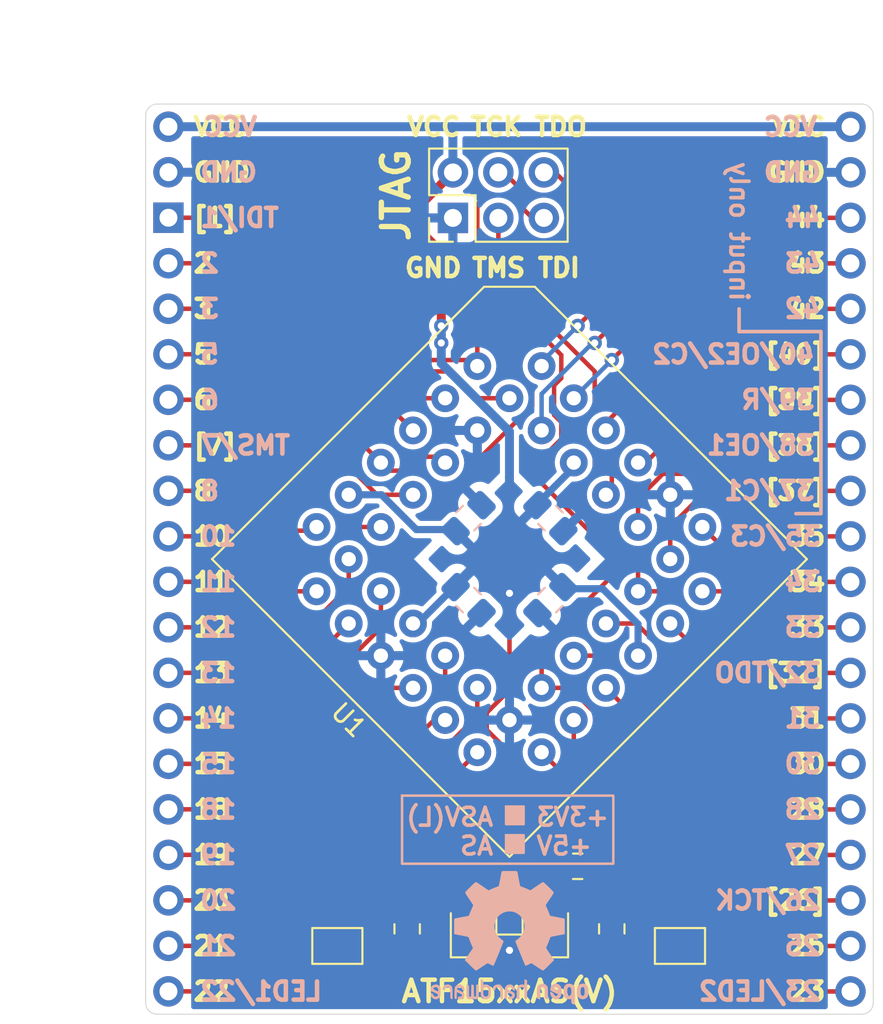
<source format=kicad_pcb>
(kicad_pcb (version 20211014) (generator pcbnew)
  (layers (0 "F.Cu" signal) (31 "B.Cu" signal) (34 "B.Paste" user) (35 "F.Paste" user) (36 "B.SilkS" user "B.Silkscreen") (37 "F.SilkS" user "F.Silkscreen") (38 "B.Mask" user) (39 "F.Mask" user) (44 "Edge.Cuts" user))
  (net 0 "")
  (net 1 "GND")
  (net 2 "+5V")
  (net 3 "/TDO")
  (net 4 "/TDI")
  (net 5 "/TCK")
  (net 6 "/TMS")
  (net 7 "Net-(J2-Pad17)")
  (net 8 "Net-(J2-Pad16)")
  (net 9 "Net-(J2-Pad15)")
  (net 10 "Net-(J2-Pad14)")
  (net 11 "Net-(J2-Pad12)")
  (net 12 "Net-(J2-Pad11)")
  (net 13 "Net-(J2-Pad10)")
  (net 14 "Net-(J2-Pad9)")
  (net 15 "Net-(J2-Pad8)")
  (net 16 "Net-(J2-Pad7)")
  (net 17 "Net-(J2-Pad6)")
  (net 18 "Net-(J2-Pad5)")
  (net 19 "Net-(J2-Pad4)")
  (net 20 "Net-(J2-Pad3)")
  (net 21 "Net-(J3-Pad17)")
  (net 22 "Net-(J3-Pad16)")
  (net 23 "Net-(J3-Pad15)")
  (net 24 "Net-(J3-Pad14)")
  (net 25 "Net-(J3-Pad12)")
  (net 26 "Net-(J3-Pad11)")
  (net 27 "Net-(J3-Pad10)")
  (net 28 "Net-(J3-Pad9)")
  (net 29 "Net-(J3-Pad8)")
  (net 30 "Net-(J3-Pad7)")
  (net 31 "Net-(J3-Pad6)")
  (net 32 "Net-(J3-Pad5)")
  (net 33 "Net-(J3-Pad4)")
  (net 34 "Net-(J3-Pad3)")
  (net 35 "Net-(D1-Pad2)")
  (net 36 "Net-(D2-Pad2)")
  (net 37 "Net-(D3-Pad2)")
  (net 38 "/LED1")
  (net 39 "/LED2")
  (net 40 "Net-(JP1-Pad2)")
  (net 41 "Net-(JP2-Pad2)")
  (net 42 "Net-(J2-Pad2)")
  (net 43 "Net-(J3-Pad19)")
  (footprint "LED_SMD:LED_0603_1608Metric_Pad1.05x0.95mm_HandSolder" (layer "F.Cu") (at 59.69 95.495 90)
    (fp_text reference "D1" hide)
    (fp_text value "GRN")
  )
  (footprint "LED_SMD:LED_0603_1608Metric_Pad1.05x0.95mm_HandSolder" (layer "F.Cu") (at 62.23 94.225 90)
    (fp_text reference "D3" hide)
    (fp_text value "GRN")
  )
  (footprint "Resistor_SMD:R_0805_2012Metric_Pad1.15x1.40mm_HandSolder" (layer "F.Cu") (at 66.04 92.075 180)
    (fp_text reference "R3" hide)
    (fp_text value "10k")
  )
  (footprint "Resistor_SMD:R_0805_2012Metric_Pad1.15x1.40mm_HandSolder" (layer "F.Cu") (at 67.945 95.5675 90)
    (fp_text reference "R2" hide)
    (fp_text value "10k")
  )
  (footprint "Resistor_SMD:R_0805_2012Metric_Pad1.15x1.40mm_HandSolder" (layer "F.Cu") (at 56.515 95.5675 90)
    (fp_text reference "R1" hide)
    (fp_text value "10k")
  )
  (footprint "Jumper:SolderJumper-2_P1.3mm_Open_TrianglePad1.0x1.5mm" (layer "F.Cu") (at 52.615 96.52)
    (fp_text reference "JP1" hide)
    (fp_text value "DNP" hide)
  )
  (footprint "Jumper:SolderJumper-2_P1.3mm_Open_TrianglePad1.0x1.5mm" (layer "F.Cu") (at 71.755 96.52 180)
    (fp_text reference "JP2" hide)
    (fp_text value "DNP" hide)
  )
  (footprint "Connector_PinHeader_2.54mm:PinHeader_2x03_P2.54mm_Vertical" (layer "F.Cu") (at 59.07 55.885 90)
    (fp_text reference "J1" hide)
    (fp_text value "VERT" hide)
  )
  (footprint "LED_SMD:LED_0603_1608Metric_Pad1.05x0.95mm_HandSolder" (layer "F.Cu") (at 64.77 95.495 90)
    (fp_text reference "D2" hide)
    (fp_text value "GRN")
  )
  (footprint "Library:Socket_PLCC_44" (layer "F.Cu") (at 62.23 74.93 -45)
    (fp_text reference "U1")
    (fp_text value "ATF1502AS-xAx44-PLCC" hide)
  )
  (footprint "Capacitor_SMD:C_0805_2012Metric_Pad1.15x1.40mm_HandSolder" (layer "B.Cu") (at 59.944 77.216 -45)
    (fp_text reference "C3" hide)
    (fp_text value "220n")
  )
  (footprint "Capacitor_SMD:C_0805_2012Metric_Pad1.15x1.40mm_HandSolder" (layer "B.Cu") (at 64.516 72.644 -45)
    (fp_text reference "C4" hide)
    (fp_text value "220n")
  )
  (footprint "ATF1502AS-EVB:PinHeader_1x20_P2.54mm_Vertical_NoSilk" (layer "B.Cu") (at 81.28 50.8 180)
    (fp_text reference "J3" hide)
    (fp_text value "VERT" hide)
  )
  (footprint "Capacitor_SMD:C_0805_2012Metric_Pad1.15x1.40mm_HandSolder" (layer "B.Cu") (at 59.944 72.644 45)
    (fp_text reference "C1" hide)
    (fp_text value "220n")
  )
  (footprint "ATF1502AS-EVB:PinHeader_1x20_P2.54mm_Vertical_NoSilk" (layer "B.Cu") (at 43.18 99.055)
    (fp_text reference "J2" hide)
    (fp_text value "VERT" hide)
  )
  (footprint "Capacitor_SMD:C_0805_2012Metric_Pad1.15x1.40mm_HandSolder" (layer "B.Cu") (at 64.516 77.216 -135)
    (fp_text reference "C2" hide)
    (fp_text value "220n")
  )
  (footprint "Symbol:OSHW-Logo2_9.8x8mm_SilkScreen" (layer "B.Cu") (at 62.23 96.055 180)
    (fp_text reference "REF**" hide)
    (fp_text value "OSHW-Logo2_9.8x8mm_SilkScreen" hide)
  )
  (gr_line (start 75.057 62.23) (end 75.057 60.96) (layer "B.SilkS") (width 0.2032))
  (gr_line (start 79.629 72.39) (end 78.232 72.39) (layer "B.SilkS") (width 0.2032))
  (gr_rect (start 56.23 88.13) (end 68.03 91.93) (layer "B.SilkS") (width 0.14) (fill none))
  (gr_line (start 79.629 72.39) (end 79.629 62.23) (layer "B.SilkS") (width 0.2032))
  (gr_line (start 79.629 62.23) (end 75.057 62.23) (layer "B.SilkS") (width 0.2032))
  (gr_rect (start 63.03 90.33) (end 62.03 91.33) (layer "B.SilkS") (width 0.12) (fill solid))
  (gr_rect (start 63.03 88.73) (end 62.03 89.73) (layer "B.SilkS") (width 0.12) (fill solid))
  (gr_arc (start 42.545 100.33) (mid 42.095987 100.144013) (end 41.91 99.695) (layer "Edge.Cuts") (width 0.05))
  (gr_line (start 42.545 49.53) (end 81.915 49.53) (layer "Edge.Cuts") (width 0.05))
  (gr_line (start 82.55 50.165) (end 82.55 99.695) (layer "Edge.Cuts") (width 0.05))
  (gr_line (start 81.915 100.33) (end 42.545 100.33) (layer "Edge.Cuts") (width 0.05))
  (gr_arc (start 82.55 99.695) (mid 82.364013 100.144013) (end 81.915 100.33) (layer "Edge.Cuts") (width 0.05))
  (gr_line (start 41.91 99.695) (end 41.91 50.165) (layer "Edge.Cuts") (width 0.05))
  (gr_arc (start 81.915 49.53) (mid 82.364013 49.715987) (end 82.55 50.165) (layer "Edge.Cuts") (width 0.05))
  (gr_arc (start 41.91 50.165) (mid 42.095987 49.715987) (end 42.545 49.53) (layer "Edge.Cuts") (width 0.05))
  (gr_text "GND" (at 48.26 53.34) (layer "B.SilkS") (effects (font (size 1.016 1.016) (thickness 0.254)) (justify left mirror)))
  (gr_text "10" (at 47.098857 73.66) (layer "B.SilkS") (effects (font (size 1.016 1.016) (thickness 0.254)) (justify left mirror)))
  (gr_text "TDI/1" (at 49.469524 55.88) (layer "B.SilkS") (effects (font (size 1.016 1.016) (thickness 0.254)) (justify left mirror)))
  (gr_text "LED1/22" (at 51.888571 99.06) (layer "B.SilkS") (effects (font (size 1.016 1.016) (thickness 0.254)) (justify left mirror)))
  (gr_text "TMS/7" (at 50.098476 68.58) (layer "B.SilkS") (effects (font (size 1.016 1.016) (thickness 0.254)) (justify left mirror)))
  (gr_text "14" (at 47.098857 83.82) (layer "B.SilkS") (effects (font (size 1.016 1.016) (thickness 0.254)) (justify left mirror)))
  (gr_text "13" (at 47.098857 81.28) (layer "B.SilkS") (effects (font (size 1.016 1.016) (thickness 0.254)) (justify left mirror)))
  (gr_text "12" (at 47.098857 78.74) (layer "B.SilkS") (effects (font (size 1.016 1.016) (thickness 0.254)) (justify left mirror)))
  (gr_text "2" (at 46.131238 58.42) (layer "B.SilkS") (effects (font (size 1.016 1.016) (thickness 0.254)) (justify left mirror)))
  (gr_text "5" (at 46.131238 63.5) (layer "B.SilkS") (effects (font (size 1.016 1.016) (thickness 0.254)) (justify left mirror)))
  (gr_text "8" (at 46.131238 71.12) (layer "B.SilkS") (effects (font (size 1.016 1.016) (thickness 0.254)) (justify left mirror)))
  (gr_text "18" (at 47.098857 88.9) (layer "B.SilkS") (effects (font (size 1.016 1.016) (thickness 0.254)) (justify left mirror)))
  (gr_text "6" (at 46.131238 66.04) (layer "B.SilkS") (effects (font (size 1.016 1.016) (thickness 0.254)) (justify left mirror)))
  (gr_text "19" (at 47.098857 91.44) (layer "B.SilkS") (effects (font (size 1.016 1.016) (thickness 0.254)) (justify left mirror)))
  (gr_text "21" (at 47.098857 96.52) (layer "B.SilkS") (effects (font (size 1.016 1.016) (thickness 0.254)) (justify left mirror)))
  (gr_text "20" (at 47.098857 93.98) (layer "B.SilkS") (effects (font (size 1.016 1.016) (thickness 0.254)) (justify left mirror)))
  (gr_text "VCC" (at 48.26 50.8) (layer "B.SilkS") (effects (font (size 1.016 1.016) (thickness 0.254)) (justify left mirror)))
  (gr_text "3" (at 46.131238 60.96) (layer "B.SilkS") (effects (font (size 1.016 1.016) (thickness 0.254)) (justify left mirror)))
  (gr_text "11" (at 47.098857 76.2) (layer "B.SilkS") (effects (font (size 1.016 1.016) (thickness 0.254)) (justify left mirror)))
  (gr_text "15" (at 47.098857 86.36) (layer "B.SilkS") (effects (font (size 1.016 1.016) (thickness 0.254)) (justify left mirror)))
  (gr_text "43" (at 77.47 58.42) (layer "B.SilkS") (effects (font (size 1.016 1.016) (thickness 0.254)) (justify right mirror)))
  (gr_text "31" (at 77.47 83.82) (layer "B.SilkS") (effects (font (size 1.016 1.016) (thickness 0.254)) (justify right mirror)))
  (gr_text "33" (at 77.47 78.74) (layer "B.SilkS") (effects (font (size 1.016 1.016) (thickness 0.254)) (justify right mirror)))
  (gr_text "28" (at 77.47 88.9) (layer "B.SilkS") (effects (font (size 1.016 1.016) (thickness 0.254)) (justify right mirror)))
  (gr_text "26/TCK" (at 73.599524 93.98) (layer "B.SilkS") (effects (font (size 1.016 1.016) (thickness 0.254)) (justify right mirror)))
  (gr_text "VCC" (at 76.308857 50.8) (layer "B.SilkS") (effects (font (size 1.016 1.016) (thickness 0.254)) (justify right mirror)))
  (gr_text "GND" (at 76.308857 53.34) (layer "B.SilkS") (effects (font (size 1.016 1.016) (thickness 0.254)) (justify right mirror)))
  (gr_text "32/TDO" (at 73.551143 81.28) (layer "B.SilkS") (effects (font (size 1.016 1.016) (thickness 0.254)) (justify right mirror)))
  (gr_text "42" (at 77.47 60.96) (layer "B.SilkS") (effects (font (size 1.016 1.016) (thickness 0.254)) (justify right mirror)))
  (gr_text "44" (at 77.47 55.88) (layer "B.SilkS") (effects (font (size 1.016 1.016) (thickness 0.254)) (justify right mirror)))
  (gr_text "27" (at 77.47 91.44) (layer "B.SilkS") (effects (font (size 1.016 1.016) (thickness 0.254)) (justify right mirror)))
  (gr_text "30" (at 77.47 86.36) (layer "B.SilkS") (effects (font (size 1.016 1.016) (thickness 0.254)) (justify right mirror)))
  (gr_text "35/C3" (at 74.422 73.66) (layer "B.SilkS") (effects (font (size 1.016 1.016) (thickness 0.254)) (justify right mirror)))
  (gr_text "34" (at 77.47 76.2) (layer "B.SilkS") (effects (font (size 1.016 1.016) (thickness 0.254)) (justify right mirror)))
  (gr_text "25" (at 77.47 96.52) (layer "B.SilkS") (effects (font (size 1.016 1.016) (thickness 0.254)) (justify right mirror)))
  (gr_text "23/LED2" (at 72.680286 99.06) (layer "B.SilkS") (effects (font (size 1.016 1.016) (thickness 0.254)) (justify right mirror)))
  (gr_text "38/OE1" (at 73.121762 68.58) (layer "B.SilkS") (effects (font (size 1.016 1.016) (thickness 0.254)) (justify right mirror)))
  (gr_text "40/OE2/C2" (at 70.073762 63.5) (layer "B.SilkS") (effects (font (size 1.016 1.016) (thickness 0.254)) (justify right mirror)))
  (gr_text "37/C1" (at 74.089381 71.12) (layer "B.SilkS") (effects (font (size 1.016 1.016) (thickness 0.254)) (justify right mirror)))
  (gr_text "39/R" (at 75.057 66.04) (layer "B.SilkS") (effects (font (size 1.016 1.016) (thickness 0.254)) (justify right mirror)))
  (gr_text "ASV(L)\nAS" (at 61.43 90.13) (layer "B.SilkS") (effects (font (size 1 1) (thickness 0.2)) (justify left mirror)))
  (gr_text "input only" (at 75.057 56.642 270) (layer "B.SilkS") (effects (font (size 1.016 1.016) (thickness 0.2032)) (justify mirror)))
  (gr_text "+3V3\n+5V" (at 63.63 90.13) (layer "B.SilkS") (effects (font (size 1 1) (thickness 0.2)) (justify right mirror)))
  (gr_text "[1]" (at 44.45 55.88) (layer "F.SilkS") (effects (font (size 1.016 1.016) (thickness 0.254)) (justify left)))
  (gr_text "2" (at 44.45 58.42) (layer "F.SilkS") (effects (font (size 1.016 1.016) (thickness 0.254)) (justify left)))
  (gr_text "3" (at 44.45 60.96) (layer "F.SilkS") (effects (font (size 1.016 1.016) (thickness 0.254)) (justify left)))
  (gr_text "5" (at 44.45 63.5) (layer "F.SilkS") (effects (font (size 1.016 1.016) (thickness 0.254)) (justify left)))
  (gr_text "6" (at 44.45 66.04) (layer "F.SilkS") (effects (font (size 1.016 1.016) (thickness 0.254)) (justify left)))
  (gr_text "[7]" (at 44.45 68.58) (layer "F.SilkS") (effects (font (size 1.016 1.016) (thickness 0.254)) (justify left)))
  (gr_text "8" (at 44.45 71.12) (layer "F.SilkS") (effects (font (size 1.016 1.016) (thickness 0.254)) (justify left)))
  (gr_text "10" (at 44.45 73.66) (layer "F.SilkS") (effects (font (size 1.016 1.016) (thickness 0.254)) (justify left)))
  (gr_text "11" (at 44.45 76.2) (layer "F.SilkS") (effects (font (size 1.016 1.016) (thickness 0.254)) (justify left)))
  (gr_text "12" (at 44.45 78.74) (layer "F.SilkS") (effects (font (size 1.016 1.016) (thickness 0.254)) (justify left)))
  (gr_text "13" (at 44.45 81.28) (layer "F.SilkS") (effects (font (size 1.016 1.016) (thickness 0.254)) (justify left)))
  (gr_text "14" (at 44.45 83.82) (layer "F.SilkS") (effects (font (size 1.016 1.016) (thickness 0.254)) (justify left)))
  (gr_text "15" (at 44.45 86.36) (layer "F.SilkS") (effects (font (size 1.016 1.016) (thickness 0.254)) (justify left)))
  (gr_text "18" (at 44.45 88.9) (layer "F.SilkS") (effects (font (size 1.016 1.016) (thickness 0.254)) (justify left)))
  (gr_text "19" (at 44.45 91.44) (layer "F.SilkS") (effects (font (size 1.016 1.016) (thickness 0.254)) (justify left)))
  (gr_text "20" (at 44.45 93.98) (layer "F.SilkS") (effects (font (size 1.016 1.016) (thickness 0.254)) (justify left)))
  (gr_text "21" (at 44.45 96.52) (layer "F.SilkS") (effects (font (size 1.016 1.016) (thickness 0.254)) (justify left)))
  (gr_text "22" (at 44.45 99.06) (layer "F.SilkS") (effects (font (size 1.016 1.016) (thickness 0.254)) (justify left)))
  (gr_text "23" (at 80.01 99.06) (layer "F.SilkS") (effects (font (size 1.016 1.016) (thickness 0.254)) (justify right)))
  (gr_text "25" (at 80.01 96.52) (layer "F.SilkS") (effects (font (size 1.016 1.016) (thickness 0.254)) (justify right)))
  (gr_text "[26]" (at 80.01 93.98) (layer "F.SilkS") (effects (font (size 1.016 1.016) (thickness 0.254)) (justify right)))
  (gr_text "27" (at 80.01 91.44) (layer "F.SilkS") (effects (font (size 1.016 1.016) (thickness 0.254)) (justify right)))
  (gr_text "28" (at 80.01 88.9) (layer "F.SilkS") (effects (font (size 1.016 1.016) (thickness 0.254)) (justify right)))
  (gr_text "30" (at 80.01 86.36) (layer "F.SilkS") (effects (font (size 1.016 1.016) (thickness 0.254)) (justify right)))
  (gr_text "31" (at 80.01 83.82) (layer "F.SilkS") (effects (font (size 1.016 1.016) (thickness 0.254)) (justify right)))
  (gr_text "[32]" (at 80.01 81.28) (layer "F.SilkS") (effects (font (size 1.016 1.016) (thickness 0.254)) (justify right)))
  (gr_text "33" (at 80.01 78.74) (layer "F.SilkS") (effects (font (size 1.016 1.016) (thickness 0.254)) (justify right)))
  (gr_text "34" (at 80.01 76.2) (layer "F.SilkS") (effects (font (size 1.016 1.016) (thickness 0.254)) (justify right)))
  (gr_text "35" (at 80.01 73.66) (layer "F.SilkS") (effects (font (size 1.016 1.016) (thickness 0.254)) (justify right)))
  (gr_text "[37]" (at 80.01 71.12) (layer "F.SilkS") (effects (font (size 1.016 1.016) (thickness 0.254)) (justify right)))
  (gr_text "[38]" (at 80.01 68.58) (layer "F.SilkS") (effects (font (size 1.016 1.016) (thickness 0.254)) (justify right)))
  (gr_text "[39]" (at 80.01 66.04) (layer "F.SilkS") (effects (font (size 1.016 1.016) (thickness 0.254)) (justify right)))
  (gr_text "[40]" (at 80.01 63.5) (layer "F.SilkS") (effects (font (size 1.016 1.016) (thickness 0.254)) (justify right)))
  (gr_text "42" (at 80.01 60.96) (layer "F.SilkS") (effects (font (size 1.016 1.016) (thickness 0.254)) (justify right)))
  (gr_text "43" (at 80.01 58.42) (layer "F.SilkS") (effects (font (size 1.016 1.016) (thickness 0.254)) (justify right)))
  (gr_text "44" (at 80.01 55.88) (layer "F.SilkS") (effects (font (size 1.016 1.016) (thickness 0.254)) (justify right)))
  (gr_text "VCC" (at 80.01 50.8) (layer "F.SilkS") (effects (font (size 1.016 1.016) (thickness 0.254)) (justify right)))
  (gr_text "GND" (at 80.01 53.34) (layer "F.SilkS") (effects (font (size 1.016 1.016) (thickness 0.254)) (justify right)))
  (gr_text "TMS" (at 63.246 58.674) (layer "F.SilkS") (effects (font (size 1.016 1.016) (thickness 0.254)) (justify right)))
  (gr_text "TDI" (at 66.294 58.674) (layer "F.SilkS") (effects (font (size 1.016 1.016) (thickness 0.254)) (justify right)))
  (gr_text "GND" (at 59.69 58.674) (layer "F.SilkS") (effects (font (size 1.016 1.016) (thickness 0.254)) (justify right)))
  (gr_text "JTAG" (at 55.895 54.615 90) (layer "F.SilkS") (effects (font (size 1.5 1.5) (thickness 0.3))))
  (gr_text "VCC" (at 56.388 50.8) (layer "F.SilkS") (effects (font (size 1.016 1.016) (thickness 0.254)) (justify left)))
  (gr_text "TCK" (at 59.944 50.8) (layer "F.SilkS") (effects (font (size 1.016 1.016) (thickness 0.254)) (justify left)))
  (gr_text "TDO" (at 63.5 50.8) (layer "F.SilkS") (effects (font (size 1.016 1.016) (thickness 0.254)) (justify left)))
  (gr_text "VCC" (at 44.45 50.8) (layer "F.SilkS") (effects (font (size 1.016 1.016) (thickness 0.254)) (justify left)))
  (gr_text "ATF15xxAS(V)" (at 62.23 99.06) (layer "F.SilkS") (effects (font (size 1.2 1.2) (thickness 0.25))))
  (gr_text "GND" (at 44.45 53.34) (layer "F.SilkS") (effects (font (size 1.016 1.016) (thickness 0.254)) (justify left)))
  (segment (start 60.96 96.765) (end 62.23 96.765) (width 0.25) (layer "F.Cu") (net 1))
  (segment (start 63.895 96.37) (end 63.5 96.765) (width 0.25) (layer "F.Cu") (net 1))
  (segment (start 62.23 95.1) (end 62.23 96.765) (width 0.25) (layer "F.Cu") (net 1))
  (segment (start 60.565 96.37) (end 60.96 96.765) (width 0.25) (layer "F.Cu") (net 1))
  (segment (start 64.77 96.37) (end 63.895 96.37) (width 0.25) (layer "F.Cu") (net 1))
  (segment (start 59.69 96.37) (end 60.565 96.37) (width 0.25) (layer "F.Cu") (net 1))
  (segment (start 63.5 96.765) (end 62.23 96.765) (width 0.25) (layer "F.Cu") (net 1))
  (via (at 62.23 96.765) (size 0.8) (drill 0.4) (layers "F.Cu" "B.Cu") (net 1))
  (segment (start 45.08 53.335) (end 45.085 53.34) (width 0.5) (layer "B.Cu") (net 1))
  (segment (start 43.18 53.335) (end 45.08 53.335) (width 0.5) (layer "B.Cu") (net 1))
  (segment (start 81.28 53.34) (end 78.4225 53.34) (width 0.5) (layer "B.Cu") (net 1))
  (segment (start 57.4675 56.8325) (end 57.4675 54.9475) (width 0.5) (layer "F.Cu") (net 2))
  (segment (start 67.065 92.075) (end 67.065 90.56) (width 0.25) (layer "F.Cu") (net 2))
  (segment (start 60.96 83.5025) (end 62.23 82.2325) (width 0.25) (layer "F.Cu") (net 2))
  (segment (start 67.065 90.56) (end 60.96 84.455) (width 0.25) (layer "F.Cu") (net 2))
  (segment (start 60.96 84.455) (end 60.96 83.5025) (width 0.25) (layer "F.Cu") (net 2))
  (segment (start 62.23 82.2325) (end 62.23 76.835) (width 0.25) (layer "F.Cu") (net 2))
  (segment (start 58.42 57.785) (end 57.4675 56.8325) (width 0.5) (layer "F.Cu") (net 2))
  (segment (start 58.42 62.865) (end 58.42 57.785) (width 0.5) (layer "F.Cu") (net 2))
  (segment (start 57.4675 54.9475) (end 59.07 53.345) (width 0.5) (layer "F.Cu") (net 2))
  (via (at 62.23 76.835) (size 0.8) (drill 0.4) (layers "F.Cu" "B.Cu") (net 2))
  (via (at 58.42 61.9125) (size 0.8) (drill 0.4) (layers "F.Cu" "B.Cu") (net 2))
  (via (at 58.42 62.865) (size 0.8) (drill 0.4) (layers "F.Cu" "B.Cu") (net 2))
  (segment (start 59.219216 76.353284) (end 59.219216 76.491216) (width 0.5) (layer "B.Cu") (net 2))
  (segment (start 43.18 50.795) (end 59.05 50.795) (width 0.5) (layer "B.Cu") (net 2))
  (segment (start 69.414205 80.318154) (end 69.414205 78.558205) (width 0.4) (layer "B.Cu") (net 2))
  (segment (start 62.738 72.898) (end 62.23 72.39) (width 0.5) (layer "B.Cu") (net 2))
  (segment (start 57.113898 78.522102) (end 59.144784 76.491216) (width 0.4) (layer "B.Cu") (net 2))
  (segment (start 59.07 50.815) (end 59.05 50.795) (width 0.5) (layer "B.Cu") (net 2))
  (segment (start 61.722 76.962) (end 62.23 77.47) (width 0.5) (layer "B.Cu") (net 2))
  (segment (start 58.42 63.999434) (end 58.42 62.865) (width 0.5) (layer "B.Cu") (net 2))
  (segment (start 62.23 67.945) (end 62.23 67.809434) (width 0.5) (layer "B.Cu") (net 2))
  (segment (start 62.23 77.47) (end 64.008 75.692) (width 0.5) (layer "B.Cu") (net 2))
  (segment (start 59.07 53.345) (end 59.07 50.815) (width 0.5) (layer "B.Cu") (net 2))
  (segment (start 60.16625 75.40625) (end 61.468 76.708) (width 0.5) (layer "B.Cu") (net 2))
  (segment (start 59.05 50.795) (end 81.275 50.795) (width 0.5) (layer "B.Cu") (net 2))
  (segment (start 59.69 74.93) (end 60.16625 75.40625) (width 0.5) (layer "B.Cu") (net 2))
  (segment (start 64.262 75.438) (end 64.77 74.93) (width 0.5) (layer "B.Cu") (net 2))
  (segment (start 81.275 50.795) (end 81.28 50.8) (width 0.5) (layer "B.Cu") (net 2))
  (segment (start 64.262 75.512432) (end 65.240784 76.491216) (width 0.5) (layer "B.Cu") (net 2))
  (segment (start 65.330568 76.581) (end 65.240784 76.491216) (width 0.4) (layer "B.Cu") (net 2))
  (segment (start 60.198 74.422) (end 59.69 74.93) (width 0.5) (layer "B.Cu") (net 2))
  (segment (start 62.23 67.809434) (end 58.42 63.999434) (width 0.5) (layer "B.Cu") (net 2))
  (segment (start 59.129432 73.279) (end 59.219216 73.368784) (width 0.4) (layer "B.Cu") (net 2))
  (segment (start 61.468 76.708) (end 61.722 76.962) (width 0.5) (layer "B.Cu") (net 2))
  (segment (start 62.23 67.945) (end 62.23 70.358) (width 0.5) (layer "B.Cu") (net 2))
  (segment (start 64.77 74.93) (end 62.738 72.898) (width 0.5) (layer "B.Cu") (net 2))
  (segment (start 59.144784 76.491216) (end 59.219216 76.491216) (width 0.25) (layer "B.Cu") (net 2))
  (segment (start 60.16625 75.40625) (end 59.219216 76.353284) (width 0.5) (layer "B.Cu") (net 2))
  (segment (start 65.822102 69.813898) (end 65.822102 69.541846) (width 0.25) (layer "B.Cu") (net 2))
  (segment (start 63.791216 71.844784) (end 65.822102 69.813898) (width 0.4) (layer "B.Cu") (net 2))
  (segment (start 56.841846 78.522102) (end 57.113898 78.522102) (width 0.25) (layer "B.Cu") (net 2))
  (segment (start 62.23 72.39) (end 60.198 74.422) (width 0.5) (layer "B.Cu") (net 2))
  (segment (start 64.008 75.692) (end 64.262 75.438) (width 0.5) (layer "B.Cu") (net 2))
  (segment (start 61.722 76.962) (end 61.647568 76.962) (width 0.5) (layer "B.Cu") (net 2))
  (segment (start 63.791216 71.919216) (end 63.791216 71.844784) (width 0.25) (layer "B.Cu") (net 2))
  (segment (start 60.198 74.347568) (end 59.219216 73.368784) (width 0.5) (layer "B.Cu") (net 2))
  (segment (start 64.262 75.438) (end 64.262 75.512432) (width 0.5) (layer "B.Cu") (net 2))
  (segment (start 67.437 76.581) (end 65.330568 76.581) (width 0.4) (layer "B.Cu") (net 2))
  (segment (start 55.081898 71.337898) (end 57.023 73.279) (width 0.4) (layer "B.Cu") (net 2))
  (segment (start 58.42 62.865) (end 58.42 61.9125) (width 0.5) (layer "B.Cu") (net 2))
  (segment (start 62.23 70.358) (end 62.23 72.39) (width 0.5) (layer "B.Cu") (net 2))
  (segment (start 62.812432 72.898) (end 63.791216 71.919216) (width 0.5) (layer "B.Cu") (net 2))
  (segment (start 57.023 73.279) (end 59.129432 73.279) (width 0.4) (layer "B.Cu") (net 2))
  (segment (start 60.198 74.422) (end 60.198 74.347568) (width 0.5) (layer "B.Cu") (net 2))
  (segment (start 53.249744 71.337898) (end 55.081898 71.337898) (width 0.4) (layer "B.Cu") (net 2))
  (segment (start 69.414205 78.558205) (end 67.437 76.581) (width 0.4) (layer "B.Cu") (net 2))
  (segment (start 63.754 71.882) (end 63.791216 71.919216) (width 0.25) (layer "B.Cu") (net 2))
  (segment (start 62.812432 72.898) (end 62.738 72.898) (width 0.5) (layer "B.Cu") (net 2))
  (segment (start 75.8825 81.28) (end 81.28 81.28) (width 0.25) (layer "F.Cu") (net 3))
  (segment (start 66.04 67.6275) (end 66.04 67.945) (width 0.25) (layer "F.Cu") (net 3))
  (segment (start 66.675 59.055) (end 64.92875 60.80125) (width 0.25) (layer "F.Cu") (net 3))
  (segment (start 66.19875 71.91375) (end 69.414205 75.129205) (width 0.25) (layer "F.Cu") (net 3))
  (segment (start 66.9925 66.675) (end 66.04 67.6275) (width 0.25) (layer "F.Cu") (net 3))
  (segment (start 66.04 67.945) (end 66.9925 68.8975) (width 0.25) (layer "F.Cu") (net 3))
  (segment (start 64.92875 60.80125) (end 64.92875 62.38875) (width 0.25) (layer "F.Cu") (net 3))
  (segment (start 66.9925 70.1675) (end 66.19875 70.96125) (width 0.25) (layer "F.Cu") (net 3))
  (segment (start 69.414205 75.129205) (end 69.414205 76.726051) (width 0.25) (layer "F.Cu") (net 3))
  (segment (start 71.328551 76.726051) (end 75.8825 81.28) (width 0.25) (layer "F.Cu") (net 3))
  (segment (start 69.414205 76.726051) (end 71.328551 76.726051) (width 0.25) (layer "F.Cu") (net 3))
  (segment (start 64.775 53.345) (end 66.675 55.245) (width 0.25) (layer "F.Cu") (net 3))
  (segment (start 64.15 53.345) (end 64.775 53.345) (width 0.25) (layer "F.Cu") (net 3))
  (segment (start 66.19875 70.96125) (end 66.19875 71.91375) (width 0.25) (layer "F.Cu") (net 3))
  (segment (start 64.92875 62.38875) (end 66.9925 64.4525) (width 0.25) (layer "F.Cu") (net 3))
  (segment (start 66.675 55.245) (end 66.675 59.055) (width 0.25) (layer "F.Cu") (net 3))
  (segment (start 66.9925 68.8975) (end 66.9925 70.1675) (width 0.25) (layer "F.Cu") (net 3))
  (segment (start 66.9925 64.4525) (end 66.9925 66.675) (width 0.25) (layer "F.Cu") (net 3))
  (segment (start 63.505 55.885) (end 64.15 55.885) (width 0.25) (layer "F.Cu") (net 4))
  (segment (start 60.433949 64.153693) (end 60.097756 63.8175) (width 0.25) (layer "F.Cu") (net 4))
  (segment (start 60.433949 64.153693) (end 60.433949 55.136051) (width 0.25) (layer "F.Cu") (net 4))
  (segment (start 56.8325 62.865) (end 56.8325 61.595) (width 0.25) (layer "F.Cu") (net 4))
  (segment (start 57.785 63.8175) (end 56.8325 62.865) (width 0.25) (layer "F.Cu") (net 4))
  (segment (start 60.96 54.61) (end 62.23 54.61) (width 0.25) (layer "F.Cu") (net 4))
  (segment (start 60.097756 63.8175) (end 57.785 63.8175) (width 0.25) (layer "F.Cu") (net 4))
  (segment (start 62.23 54.61) (end 63.505 55.885) (width 0.25) (layer "F.Cu") (net 4))
  (segment (start 60.433949 55.136051) (end 60.96 54.61) (width 0.25) (layer "F.Cu") (net 4))
  (segment (start 51.1125 55.875) (end 43.18 55.875) (width 0.25) (layer "F.Cu") (net 4))
  (segment (start 56.8325 61.595) (end 51.1125 55.875) (width 0.25) (layer "F.Cu") (net 4))
  (segment (start 64.77 54.61) (end 65.7225 55.5625) (width 0.25) (layer "F.Cu") (net 5))
  (segment (start 65.604205 82.114205) (end 77.47 93.98) (width 0.25) (layer "F.Cu") (net 5))
  (segment (start 61.9175 53.345) (end 63.1825 54.61) (width 0.25) (layer "F.Cu") (net 5))
  (segment (start 65.7225 58.7375) (end 64.135 60.325) (width 0.25) (layer "F.Cu") (net 5))
  (segment (start 63.8175 70.485) (end 67.945 74.6125) (width 0.25) (layer "F.Cu") (net 5))
  (segment (start 64.722102 65.233088) (end 64.722102 66.886211) (width 0.25) (layer "F.Cu") (net 5))
  (segment (start 65.126051 67.29016) (end 65.126051 68.223949) (width 0.25) (layer "F.Cu") (net 5))
  (segment (start 65.126051 64.829139) (end 64.722102 65.233088) (width 0.25) (layer "F.Cu") (net 5))
  (segment (start 63.1825 54.61) (end 64.77 54.61) (width 0.25) (layer "F.Cu") (net 5))
  (segment (start 77.47 93.98) (end 81.28 93.98) (width 0.25) (layer "F.Cu") (net 5))
  (segment (start 67.945 74.6125) (end 67.945 75.8825) (width 0.25) (layer "F.Cu") (net 5))
  (segment (start 63.8175 69.5325) (end 63.8175 70.485) (width 0.25) (layer "F.Cu") (net 5))
  (segment (start 65.7225 55.5625) (end 65.7225 58.7375) (width 0.25) (layer "F.Cu") (net 5))
  (segment (start 67.945 75.8825) (end 64.026051 79.801449) (width 0.25) (layer "F.Cu") (net 5))
  (segment (start 61.61 53.345) (end 61.9175 53.345) (width 0.25) (layer "F.Cu") (net 5))
  (segment (start 65.126051 63.538551) (end 65.126051 64.829139) (width 0.25) (layer "F.Cu") (net 5))
  (segment (start 65.126051 68.223949) (end 63.8175 69.5325) (width 0.25) (layer "F.Cu") (net 5))
  (segment (start 64.026051 82.114205) (end 65.604205 82.114205) (width 0.25) (layer "F.Cu") (net 5))
  (segment (start 64.026051 79.801449) (end 64.026051 82.114205) (width 0.25) (layer "F.Cu") (net 5))
  (segment (start 64.135 62.5475) (end 65.126051 63.538551) (width 0.25) (layer "F.Cu") (net 5))
  (segment (start 64.135 60.325) (end 64.135 62.5475) (width 0.25) (layer "F.Cu") (net 5))
  (segment (start 64.722102 66.886211) (end 65.126051 67.29016) (width 0.25) (layer "F.Cu") (net 5))
  (segment (start 46.0375 67.945) (end 45.4025 68.58) (width 0.25) (layer "F.Cu") (net 6))
  (segment (start 45.4025 68.58) (end 43.185 68.58) (width 0.25) (layer "F.Cu") (net 6))
  (segment (start 55.045795 69.541846) (end 53.448949 67.945) (width 0.25) (layer "F.Cu") (net 6))
  (segment (start 61.61 63.515) (end 63.5 65.405) (width 0.25) (layer "F.Cu") (net 6))
  (segment (start 63.5 65.405) (end 63.5 66.3575) (width 0.25) (layer "F.Cu") (net 6))
  (segment (start 63.5 66.3575) (end 59.055 70.8025) (width 0.25) (layer "F.Cu") (net 6))
  (segment (start 59.055 70.8025) (end 58.1025 70.8025) (width 0.25) (layer "F.Cu") (net 6))
  (segment (start 53.448949 67.945) (end 46.0375 67.945) (width 0.25) (layer "F.Cu") (net 6))
  (segment (start 58.1025 70.8025) (end 57.291846 69.991846) (width 0.25) (layer "F.Cu") (net 6))
  (segment (start 55.495795 69.991846) (end 55.045795 69.541846) (width 0.25) (layer "F.Cu") (net 6))
  (segment (start 57.291846 69.991846) (end 55.495795 69.991846) (width 0.25) (layer "F.Cu") (net 6))
  (segment (start 61.61 55.885) (end 61.61 63.515) (width 0.25) (layer "F.Cu") (net 6))
  (segment (start 43.185 68.58) (end 43.18 68.575) (width 0.25) (layer "F.Cu") (net 6))
  (segment (start 60.234744 65.949744) (end 58.7375 64.4525) (width 0.25) (layer "F.Cu") (net 7))
  (segment (start 58.7375 64.4525) (end 57.4675 64.4525) (width 0.25) (layer "F.Cu") (net 7))
  (segment (start 51.43 58.415) (end 43.18 58.415) (width 0.25) (layer "F.Cu") (net 7))
  (segment (start 62.23 65.949744) (end 60.234744 65.949744) (width 0.25) (layer "F.Cu") (net 7))
  (segment (start 57.4675 64.4525) (end 51.43 58.415) (width 0.25) (layer "F.Cu") (net 7))
  (segment (start 58.637898 65.949744) (end 56.742244 65.949744) (width 0.25) (layer "F.Cu") (net 8))
  (segment (start 56.742244 65.949744) (end 51.7475 60.955) (width 0.25) (layer "F.Cu") (net 8))
  (segment (start 51.7475 60.955) (end 43.18 60.955) (width 0.25) (layer "F.Cu") (net 8))
  (segment (start 56.841846 67.745795) (end 52.596051 63.5) (width 0.25) (layer "F.Cu") (net 9))
  (segment (start 52.065 63.495) (end 43.18 63.495) (width 0.25) (layer "F.Cu") (net 9))
  (segment (start 52.596051 63.5) (end 52.07 63.5) (width 0.25) (layer "F.Cu") (net 9))
  (segment (start 52.07 63.5) (end 52.065 63.495) (width 0.25) (layer "F.Cu") (net 9))
  (segment (start 58.637898 69.541846) (end 58.311052 69.215) (width 0.25) (layer "F.Cu") (net 10))
  (segment (start 51.7525 66.04) (end 51.7475 66.035) (width 0.25) (layer "F.Cu") (net 10))
  (segment (start 51.7475 66.035) (end 43.18 66.035) (width 0.25) (layer "F.Cu") (net 10))
  (segment (start 58.311052 69.215) (end 56.515 69.215) (width 0.25) (layer "F.Cu") (net 10))
  (segment (start 53.34 66.04) (end 51.7525 66.04) (width 0.25) (layer "F.Cu") (net 10))
  (segment (start 56.515 69.215) (end 53.34 66.04) (width 0.25) (layer "F.Cu") (net 10))
  (segment (start 47.3075 69.85) (end 46.0375 71.12) (width 0.25) (layer "F.Cu") (net 11))
  (segment (start 56.841846 71.337898) (end 54.827898 71.337898) (width 0.25) (layer "F.Cu") (net 11))
  (segment (start 46.0325 71.115) (end 43.18 71.115) (width 0.25) (layer "F.Cu") (net 11))
  (segment (start 54.827898 71.337898) (end 53.34 69.85) (width 0.25) (layer "F.Cu") (net 11))
  (segment (start 46.0375 71.12) (end 46.0325 71.115) (width 0.25) (layer "F.Cu") (net 11))
  (segment (start 53.34 69.85) (end 47.3075 69.85) (width 0.25) (layer "F.Cu") (net 11))
  (segment (start 51.435 71.4375) (end 47.9425 71.4375) (width 0.25) (layer "F.Cu") (net 12))
  (segment (start 45.715 73.655) (end 43.18 73.655) (width 0.25) (layer "F.Cu") (net 12))
  (segment (start 53.131449 73.133949) (end 51.435 71.4375) (width 0.25) (layer "F.Cu") (net 12))
  (segment (start 45.72 73.66) (end 45.715 73.655) (width 0.25) (layer "F.Cu") (net 12))
  (segment (start 55.045795 73.133949) (end 53.131449 73.133949) (width 0.25) (layer "F.Cu") (net 12))
  (segment (start 47.9425 71.4375) (end 45.72 73.66) (width 0.25) (layer "F.Cu") (net 12))
  (segment (start 51.245142 73.3425) (end 51.453693 73.133949) (width 0.25) (layer "F.Cu") (net 13))
  (segment (start 43.18 76.195) (end 46.36 76.195) (width 0.25) (layer "F.Cu") (net 13))
  (segment (start 46.36 76.195) (end 49.2125 73.3425) (width 0.25) (layer "F.Cu") (net 13))
  (segment (start 49.2125 73.3425) (end 51.245142 73.3425) (width 0.25) (layer "F.Cu") (net 13))
  (segment (start 51.453693 76.726051) (end 49.638949 76.726051) (width 0.25) (layer "F.Cu") (net 14))
  (segment (start 49.638949 76.726051) (end 47.625 78.74) (width 0.25) (layer "F.Cu") (net 14))
  (segment (start 47.62 78.735) (end 43.18 78.735) (width 0.25) (layer "F.Cu") (net 14))
  (segment (start 47.625 78.74) (end 47.62 78.735) (width 0.25) (layer "F.Cu") (net 14))
  (segment (start 46.99 81.28) (end 46.985 81.275) (width 0.25) (layer "F.Cu") (net 15))
  (segment (start 48.455379 81.28) (end 46.99 81.28) (width 0.25) (layer "F.Cu") (net 15))
  (segment (start 46.985 81.275) (end 43.18 81.275) (width 0.25) (layer "F.Cu") (net 15))
  (segment (start 53.249744 76.485635) (end 48.455379 81.28) (width 0.25) (layer "F.Cu") (net 15))
  (segment (start 53.249744 74.93) (end 53.249744 76.485635) (width 0.25) (layer "F.Cu") (net 15))
  (segment (start 46.99 83.82) (end 46.985 83.815) (width 0.25) (layer "F.Cu") (net 16))
  (segment (start 47.951846 83.82) (end 46.99 83.82) (width 0.25) (layer "F.Cu") (net 16))
  (segment (start 53.249744 78.522102) (end 47.951846 83.82) (width 0.25) (layer "F.Cu") (net 16))
  (segment (start 46.985 83.815) (end 43.18 83.815) (width 0.25) (layer "F.Cu") (net 16))
  (segment (start 55.045795 76.726051) (end 55.045795 78.762519) (width 0.25) (layer "F.Cu") (net 17))
  (segment (start 47.453314 86.355) (end 43.18 86.355) (width 0.25) (layer "F.Cu") (net 17))
  (segment (start 55.045795 78.762519) (end 47.453314 86.355) (width 0.25) (layer "F.Cu") (net 17))
  (segment (start 54.728295 82.114205) (end 47.9425 88.9) (width 0.25) (layer "F.Cu") (net 18))
  (segment (start 47.9425 88.9) (end 47.9375 88.895) (width 0.25) (layer "F.Cu") (net 18))
  (segment (start 56.841846 82.114205) (end 54.728295 82.114205) (width 0.25) (layer "F.Cu") (net 18))
  (segment (start 47.9375 88.895) (end 43.18 88.895) (width 0.25) (layer "F.Cu") (net 18))
  (segment (start 55.88 83.82) (end 48.265 91.435) (width 0.25) (layer "F.Cu") (net 19))
  (segment (start 58.637898 80.318154) (end 58.637898 82.014602) (width 0.25) (layer "F.Cu") (net 19))
  (segment (start 58.637898 82.014602) (end 56.8325 83.82) (width 0.25) (layer "F.Cu") (net 19))
  (segment (start 48.265 91.435) (end 43.18 91.435) (width 0.25) (layer "F.Cu") (net 19))
  (segment (start 56.8325 83.82) (end 55.88 83.82) (width 0.25) (layer "F.Cu") (net 19))
  (segment (start 58.012244 83.910256) (end 47.9425 93.98) (width 0.25) (layer "F.Cu") (net 20))
  (segment (start 47.625 93.98) (end 47.62 93.975) (width 0.25) (layer "F.Cu") (net 20))
  (segment (start 47.62 93.975) (end 43.18 93.975) (width 0.25) (layer "F.Cu") (net 20))
  (segment (start 58.637898 83.910256) (end 58.012244 83.910256) (width 0.25) (layer "F.Cu") (net 20))
  (segment (start 47.9425 93.98) (end 47.625 93.98) (width 0.25) (layer "F.Cu") (net 20))
  (segment (start 67.618154 82.114205) (end 76.943949 91.44) (width 0.25) (layer "F.Cu") (net 21))
  (segment (start 76.943949 91.44) (end 81.28 91.44) (width 0.25) (layer "F.Cu") (net 21))
  (segment (start 67.618154 80.318154) (end 76.2 88.9) (width 0.25) (layer "F.Cu") (net 22))
  (segment (start 76.2 88.9) (end 81.28 88.9) (width 0.25) (layer "F.Cu") (net 22))
  (segment (start 65.822102 80.318154) (end 67.618154 80.318154) (width 0.25) (layer "F.Cu") (net 22))
  (segment (start 77.1525 86.36) (end 81.28 86.36) (width 0.25) (layer "F.Cu") (net 23))
  (segment (start 67.618154 78.522102) (end 69.314602 78.522102) (width 0.25) (layer "F.Cu") (net 23))
  (segment (start 69.314602 78.522102) (end 77.1525 86.36) (width 0.25) (layer "F.Cu") (net 23))
  (segment (start 71.219602 78.522102) (end 76.5175 83.82) (width 0.25) (layer "F.Cu") (net 24))
  (segment (start 76.5175 83.82) (end 81.28 83.82) (width 0.25) (layer "F.Cu") (net 24))
  (segment (start 71.210256 78.522102) (end 71.219602 78.522102) (width 0.25) (layer "F.Cu") (net 24))
  (segment (start 74.186051 76.726051) (end 76.2 78.74) (width 0.25) (layer "F.Cu") (net 25))
  (segment (start 73.006307 76.726051) (end 74.186051 76.726051) (width 0.25) (layer "F.Cu") (net 25))
  (segment (start 76.2 78.74) (end 81.28 78.74) (width 0.25) (layer "F.Cu") (net 25))
  (segment (start 76.072358 76.2) (end 81.28 76.2) (width 0.25) (layer "F.Cu") (net 26))
  (segment (start 73.006307 73.133949) (end 76.072358 76.2) (width 0.25) (layer "F.Cu") (net 26))
  (segment (start 76.5175 73.66) (end 81.28 73.66) (width 0.25) (layer "F.Cu") (net 27))
  (segment (start 71.210256 74.93) (end 71.210256 73.12355) (width 0.25) (layer "F.Cu") (net 27))
  (segment (start 74.6125 71.755) (end 76.5175 73.66) (width 0.25) (layer "F.Cu") (net 27))
  (segment (start 72.578806 71.755) (end 74.6125 71.755) (width 0.25) (layer "F.Cu") (net 27))
  (segment (start 71.210256 73.12355) (end 72.578806 71.755) (width 0.25) (layer "F.Cu") (net 27))
  (segment (start 70.8025 70.1675) (end 75.565 70.1675) (width 0.25) (layer "F.Cu") (net 28))
  (segment (start 69.414205 73.133949) (end 69.414205 71.555795) (width 0.25) (layer "F.Cu") (net 28))
  (segment (start 75.565 70.1675) (end 76.5175 71.12) (width 0.25) (layer "F.Cu") (net 28))
  (segment (start 76.5175 71.12) (end 81.28 71.12) (width 0.25) (layer "F.Cu") (net 28))
  (segment (start 69.414205 71.555795) (end 70.8025 70.1675) (width 0.25) (layer "F.Cu") (net 28))
  (segment (start 70.8025 68.58) (end 81.28 68.58) (width 0.25) (layer "F.Cu") (net 29))
  (segment (start 69.414205 69.541846) (end 69.840654 69.541846) (width 0.25) (layer "F.Cu") (net 29))
  (segment (start 69.840654 69.541846) (end 70.8025 68.58) (width 0.25) (layer "F.Cu") (net 29))
  (segment (start 67.945 71.011052) (end 67.618154 71.337898) (width 0.25) (layer "F.Cu") (net 30))
  (segment (start 81.28 66.04) (end 71.12 66.04) (width 0.25) (layer "F.Cu") (net 30))
  (segment (start 71.12 66.04) (end 67.945 69.215) (width 0.25) (layer "F.Cu") (net 30))
  (segment (start 67.945 69.215) (end 67.945 71.011052) (width 0.25) (layer "F.Cu") (net 30))
  (segment (start 67.618154 67.319346) (end 71.4375 63.5) (width 0.25) (layer "F.Cu") (net 31))
  (segment (start 67.618154 67.745795) (end 67.618154 67.319346) (width 0.25) (layer "F.Cu") (net 31))
  (segment (start 71.4375 63.5) (end 81.28 63.5) (width 0.25) (layer "F.Cu") (net 31))
  (segment (start 67.945 63.8175) (end 70.8025 60.96) (width 0.25) (layer "F.Cu") (net 32))
  (segment (start 70.8025 60.96) (end 81.28 60.96) (width 0.25) (layer "F.Cu") (net 32))
  (via (at 67.945 63.8175) (size 0.8) (drill 0.4) (layers "F.Cu" "B.Cu") (net 32))
  (segment (start 65.822102 65.940398) (end 65.822102 65.949744) (width 0.25) (layer "B.Cu") (net 32))
  (segment (start 67.945 63.8175) (end 65.822102 65.940398) (width 0.25) (layer "B.Cu") (net 32))
  (segment (start 71.4375 58.42) (end 81.28 58.42) (width 0.25) (layer "F.Cu") (net 33))
  (segment (start 66.9925 62.865) (end 71.4375 58.42) (width 0.25) (layer "F.Cu") (net 33))
  (via (at 66.9925 62.865) (size 0.8) (drill 0.4) (layers "F.Cu" "B.Cu") (net 33))
  (segment (start 66.870379 62.865) (end 64.026051 65.709328) (width 0.25) (layer "B.Cu") (net 33))
  (segment (start 66.9925 62.865) (end 66.870379 62.865) (width 0.25) (layer "B.Cu") (net 33))
  (segment (start 64.026051 65.709328) (end 64.026051 67.745795) (width 0.25) (layer "B.Cu") (net 33))
  (segment (start 72.0725 55.88) (end 81.28 55.88) (width 0.25) (layer "F.Cu") (net 34))
  (segment (start 66.04 61.9125) (end 72.0725 55.88) (width 0.25) (layer "F.Cu") (net 34))
  (via (at 66.04 61.9125) (size 0.8) (drill 0.4) (layers "F.Cu" "B.Cu") (net 34))
  (segment (start 64.026051 63.926449) (end 64.026051 64.153693) (width 0.25) (layer "B.Cu") (net 34))
  (segment (start 66.04 61.9125) (end 64.026051 63.926449) (width 0.25) (layer "B.Cu") (net 34))
  (segment (start 59.6125 94.5425) (end 59.69 94.62) (width 0.25) (layer "F.Cu") (net 35))
  (segment (start 56.515 94.5425) (end 59.6125 94.5425) (width 0.25) (layer "F.Cu") (net 35))
  (segment (start 64.8475 94.5425) (end 64.77 94.62) (width 0.25) (layer "F.Cu") (net 36))
  (segment (start 67.945 94.5425) (end 64.8475 94.5425) (width 0.25) (layer "F.Cu") (net 36))
  (segment (start 62.23 93.35) (end 62.23 93.345) (width 0.25) (layer "F.Cu") (net 37))
  (segment (start 63.5 92.075) (end 65.015 92.075) (width 0.25) (layer "F.Cu") (net 37))
  (segment (start 62.23 93.345) (end 63.5 92.075) (width 0.25) (layer "F.Cu") (net 37))
  (segment (start 52.07 96.34) (end 51.89 96.52) (width 0.25) (layer "F.Cu") (net 38))
  (segment (start 52.07 94.070256) (end 52.07 96.34) (width 0.25) (layer "F.Cu") (net 38))
  (segment (start 51.89 96.76) (end 51.89 96.52) (width 0.25) (layer "F.Cu") (net 38))
  (segment (start 49.595 99.055) (end 51.89 96.76) (width 0.25) (layer "F.Cu") (net 38))
  (segment (start 60.433949 85.706307) (end 52.07 94.070256) (width 0.25) (layer "F.Cu") (net 38))
  (segment (start 43.18 99.055) (end 49.595 99.055) (width 0.25) (layer "F.Cu") (net 38))
  (segment (start 72.48 94.160256) (end 72.48 96.52) (width 0.25) (layer "F.Cu") (net 39))
  (segment (start 64.026051 85.706307) (end 72.48 94.160256) (width 0.25) (layer "F.Cu") (net 39))
  (segment (start 74.763515 99.06) (end 72.48 96.776485) (width 0.25) (layer "F.Cu") (net 39))
  (segment (start 72.48 96.776485) (end 72.48 96.52) (width 0.25) (layer "F.Cu") (net 39))
  (segment (start 81.28 99.06) (end 74.763515 99.06) (width 0.25) (layer "F.Cu") (net 39))
  (segment (start 53.4125 96.5925) (end 53.34 96.52) (width 0.25) (layer "F.Cu") (net 40))
  (segment (start 56.515 96.5925) (end 53.4125 96.5925) (width 0.25) (layer "F.Cu") (net 40))
  (segment (start 70.9575 96.5925) (end 71.03 96.52) (width 0.25) (layer "F.Cu") (net 41))
  (segment (start 67.945 96.5925) (end 70.9575 96.5925) (width 0.25) (layer "F.Cu") (net 41))
  (segment (start 60.433949 82.114205) (end 60.433949 83.66984) (width 0.25) (layer "F.Cu") (net 42))
  (segment (start 47.588789 96.515) (end 43.18 96.515) (width 0.25) (layer "F.Cu") (net 42))
  (segment (start 60.433949 83.66984) (end 47.588789 96.515) (width 0.25) (layer "F.Cu") (net 42))
  (segment (start 77.1525 96.52) (end 81.28 96.52) (width 0.25) (layer "F.Cu") (net 43))
  (segment (start 65.822102 83.910256) (end 65.822102 85.189602) (width 0.25) (layer "F.Cu") (net 43))
  (segment (start 65.822102 85.189602) (end 77.1525 96.52) (width 0.25) (layer "F.Cu") (net 43))
  (zone (net 2) (net_name "+5V") (layer "B.Cu") (connect_pads (clearance 0.381)) (min_thickness 0.254) (fill yes (thermal_gap 0.508) (thermal_bridge_width 0.508))
    (polygon (pts (xy 66.802 74.93) (xy 62.23 79.502) (xy 57.658 74.93) (xy 62.23 70.358)))
  )
  (zone (net 1) (net_name "GND") (layer "B.Cu") (connect_pads (clearance 0.281)) (min_thickness 0.254) (fill yes (thermal_gap 0.508) (thermal_bridge_width 0.508))
    (polygon (pts (xy 80.01 100.33) (xy 44.45 100.33) (xy 44.45 49.53) (xy 80.01 49.53)))
    (polygon (pts (xy 56.896 74.93) (xy 62.23 80.264) (xy 67.564 74.93) (xy 62.23 69.596)))
  )
)
</source>
